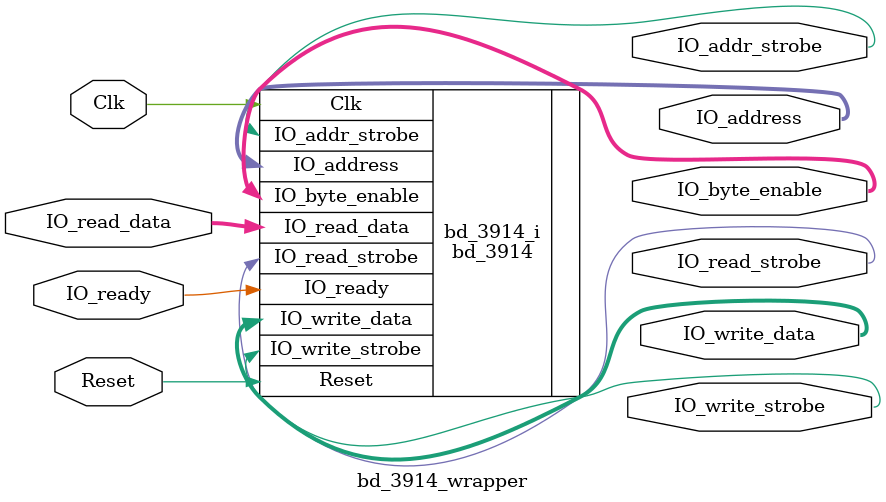
<source format=v>
`timescale 1 ps / 1 ps

module bd_3914_wrapper
   (Clk,
    IO_addr_strobe,
    IO_address,
    IO_byte_enable,
    IO_read_data,
    IO_read_strobe,
    IO_ready,
    IO_write_data,
    IO_write_strobe,
    Reset);
  input Clk;
  output IO_addr_strobe;
  output [31:0]IO_address;
  output [3:0]IO_byte_enable;
  input [31:0]IO_read_data;
  output IO_read_strobe;
  input IO_ready;
  output [31:0]IO_write_data;
  output IO_write_strobe;
  input Reset;

  wire Clk;
  wire IO_addr_strobe;
  wire [31:0]IO_address;
  wire [3:0]IO_byte_enable;
  wire [31:0]IO_read_data;
  wire IO_read_strobe;
  wire IO_ready;
  wire [31:0]IO_write_data;
  wire IO_write_strobe;
  wire Reset;

  bd_3914 bd_3914_i
       (.Clk(Clk),
        .IO_addr_strobe(IO_addr_strobe),
        .IO_address(IO_address),
        .IO_byte_enable(IO_byte_enable),
        .IO_read_data(IO_read_data),
        .IO_read_strobe(IO_read_strobe),
        .IO_ready(IO_ready),
        .IO_write_data(IO_write_data),
        .IO_write_strobe(IO_write_strobe),
        .Reset(Reset));
endmodule

</source>
